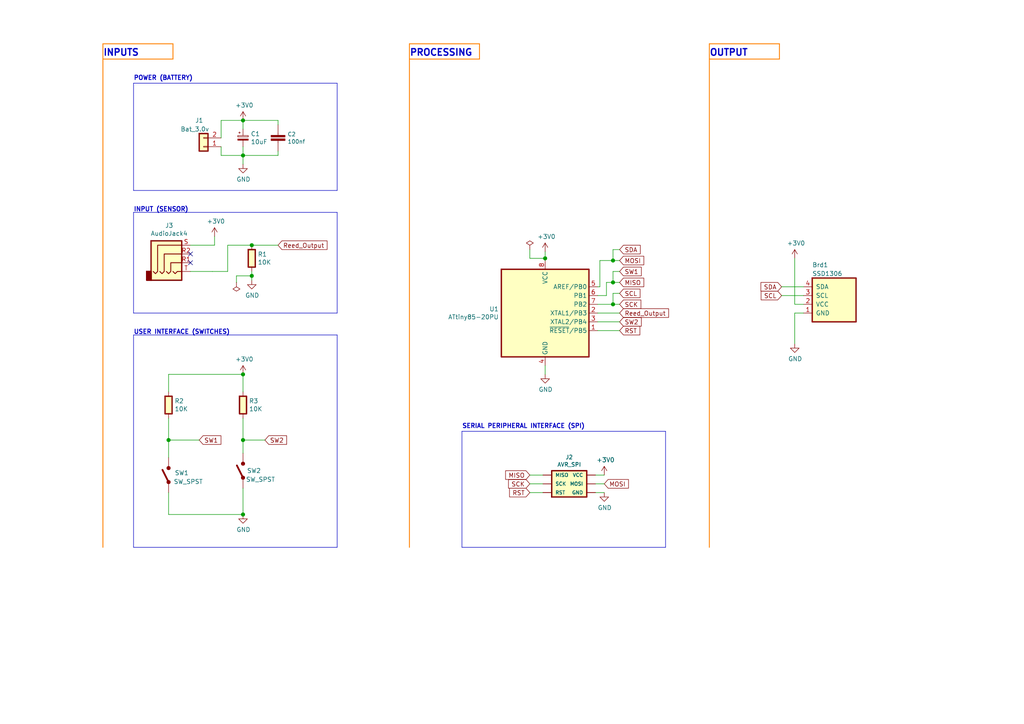
<source format=kicad_sch>
(kicad_sch (version 20200828) (generator eeschema)
  (page 1 1)
  (paper "A4")
  (title_block (title "Speedo-Odo-Meter") (date "2020-10-08") (rev "V0.2_anool") (company "HBCSE -TIFR, Mumbai") (comment 1 "Designer:  Ashish"))
  (lib_symbols
    (symbol "power:GND" (power) (pin_names (offset 0))
      (property "Value" "GND" (at 0 -3.81 0))
      (symbol "GND_0_1"
        (polyline (pts (xy 0 0) (xy 0 -1.27) (xy 1.27 -1.27) (xy 0 -2.54) (xy -1.27 -1.27) (xy 0 -1.27)))
      )
      (symbol "GND_1_1"
        (pin power_in line (at 0 0 270) (length 0) hide (name "GND") (number "1"))
      )
    )
    (symbol "power:PWR_FLAG" (power) (pin_numbers hide) (pin_names (offset 0) hide)
      (property "Value" "PWR_FLAG" (at 0 3.81 0))
      (symbol "PWR_FLAG_0_1"
        (polyline (pts (xy 0 0) (xy 0 1.27) (xy -1.016 1.905) (xy 0 2.54) (xy 1.016 1.905) (xy 0 1.27)))
      )
      (symbol "PWR_FLAG_0_0"
        (pin power_out line (at 0 0 90) (length 0) (name "pwr") (number "1"))
      )
    )
    (symbol "speedo_odo_meter-rescue:+3V0-power" (power) (pin_names (offset 0))
      (property "Value" "+3V0-power" (at 0 3.556 0))
      (symbol "+3V0-power_0_1"
        (polyline (pts (xy -0.762 1.27) (xy 0 2.54)))
        (polyline (pts (xy 0 0) (xy 0 2.54)))
        (polyline (pts (xy 0 2.54) (xy 0.762 1.27)))
      )
      (symbol "+3V0-power_1_1"
        (pin power_in line (at 0 0 90) (length 0) hide (name "+3V0") (number "1"))
      )
    )
    (symbol "speedo_odo_meter:22PF-PTH-2.54MM-200V-5%-SparkFun-Capacitors" (pin_numbers hide) (pin_names (offset 1.016) hide)
      (property "Reference" "C" (at 1.524 2.921 0))
      (property "Value" "22PF-PTH-2.54MM-200V-5%-SparkFun-Capacitors" (at 1.524 -2.159 0))
      (property "Field4" "CAP-09128" (at 0 7.62 0))
      (symbol "22PF-PTH-2.54MM-200V-5%-SparkFun-Capacitors_1_1"
        (rectangle (start -2.032 0.508) (end 2.032 1.016) (fill (type outline)))
        (rectangle (start -2.032 1.524) (end 2.032 2.032) (fill (type outline)))
        (pin passive line (at 0 5.08 270) (length 2.54) (name "1") (number "1"))
        (pin passive line (at 0 -2.54 90) (length 2.54) (name "2") (number "2"))
      )
      (symbol "22PF-PTH-2.54MM-200V-5%-SparkFun-Capacitors_1_0"
        (polyline (pts (xy 0 0) (xy 0 0.508)))
        (polyline (pts (xy 0 2.54) (xy 0 2.032)))
      )
    )
    (symbol "speedo_odo_meter:ATtiny85-20PU"
      (property "Reference" "U" (at -12.7 13.97 0))
      (property "Value" "ATtiny85-20PU" (at 2.54 -13.97 0))
      (symbol "ATtiny85-20PU_0_1"
        (rectangle (start -12.7 -12.7) (end 12.7 12.7) (stroke (width 0.4064)) (fill (type background)))
      )
      (symbol "ATtiny85-20PU_1_1"
        (pin bidirectional line (at 15.24 -5.08 180) (length 2.54) (name "~RESET~/PB5") (number "1"))
        (pin bidirectional line (at 15.24 0 180) (length 2.54) (name "XTAL1/PB3") (number "2"))
        (pin bidirectional line (at 15.24 -2.54 180) (length 2.54) (name "XTAL2/PB4") (number "3"))
        (pin power_in line (at 0 -15.24 90) (length 2.54) (name "GND") (number "4"))
        (pin bidirectional line (at 15.24 7.62 180) (length 2.54) (name "AREF/PB0") (number "5"))
        (pin bidirectional line (at 15.24 5.08 180) (length 2.54) (name "PB1") (number "6"))
        (pin bidirectional line (at 15.24 2.54 180) (length 2.54) (name "PB2") (number "7"))
        (pin power_in line (at 0 15.24 270) (length 2.54) (name "VCC") (number "8"))
      )
    )
    (symbol "speedo_odo_meter:AVR_SPI_PROG_3X2NS-SparkFun-Connectors" (pin_numbers hide) (pin_names (offset 1.016))
      (property "Reference" "J" (at -5.08 5.08 0))
      (property "Value" "AVR_SPI_PROG_3X2NS-SparkFun-Connectors" (at -5.08 -6.35 0))
      (property "Field4" "XXX-00000" (at 0 8.89 0))
      (symbol "AVR_SPI_PROG_3X2NS-SparkFun-Connectors_1_1"
        (polyline (pts (xy -5.08 -3.81) (xy 5.08 -3.81) (xy 5.08 3.81) (xy -5.08 3.81) (xy -5.08 -3.81)) (stroke (width 0.4064)) (fill (type background)))
        (pin passive line (at -7.62 2.54 0) (length 2.54) (name "MISO") (number "1"))
        (pin passive line (at 7.62 2.54 180) (length 2.54) (name "VCC") (number "2"))
        (pin passive line (at -7.62 0 0) (length 2.54) (name "SCK") (number "3"))
        (pin passive line (at 7.62 0 180) (length 2.54) (name "MOSI") (number "4"))
        (pin passive line (at -7.62 -2.54 0) (length 2.54) (name "RST") (number "5"))
        (pin passive line (at 7.62 -2.54 180) (length 2.54) (name "GND") (number "6"))
      )
    )
    (symbol "speedo_odo_meter:AudioJack4-Connector"
      (property "Reference" "J" (at 0 8.89 0))
      (property "Value" "AudioJack4-Connector" (at 0 6.35 0))
      (symbol "AudioJack4-Connector_0_1"
        (rectangle (start -6.35 -5.08) (end -7.62 -7.62) (stroke (width 0.4064)) (fill (type outline)))
        (rectangle (start 2.54 3.81) (end -6.35 -7.62) (stroke (width 0.4064)) (fill (type background)))
        (polyline (pts (xy 0 -5.08) (xy 0.635 -5.715) (xy 1.27 -5.08) (xy 2.54 -5.08)) (stroke (width 0.254)))
        (polyline (pts (xy -5.715 -5.08) (xy -5.08 -5.715) (xy -4.445 -5.08) (xy -4.445 2.54) (xy 2.54 2.54)) (stroke (width 0.254)))
        (polyline (pts (xy -1.905 -5.08) (xy -1.27 -5.715) (xy -0.635 -5.08) (xy -0.635 -2.54) (xy 2.54 -2.54)) (stroke (width 0.254)))
        (polyline (pts (xy 2.54 0) (xy -2.54 0) (xy -2.54 -5.08) (xy -3.175 -5.715) (xy -3.81 -5.08)) (stroke (width 0.254)))
      )
      (symbol "AudioJack4-Connector_1_1"
        (pin passive line (at 5.08 -2.54 180) (length 2.54) (name "~") (number "R1"))
        (pin passive line (at 5.08 0 180) (length 2.54) (name "~") (number "R2"))
        (pin passive line (at 5.08 2.54 180) (length 2.54) (name "~") (number "S"))
        (pin passive line (at 5.08 -5.08 180) (length 2.54) (name "~") (number "T"))
      )
    )
    (symbol "speedo_odo_meter:CP_Small" (pin_numbers hide) (pin_names (offset 0.254) hide)
      (property "Reference" "C" (at 0.254 1.778 0))
      (property "Value" "CP_Small" (at 0.254 -2.032 0))
      (symbol "CP_Small_0_1"
        (rectangle (start -1.524 -0.3048) (end 1.524 -0.6858) (fill (type outline)))
        (rectangle (start -1.524 0.6858) (end 1.524 0.3048))
        (polyline (pts (xy -1.27 1.524) (xy -0.762 1.524)))
        (polyline (pts (xy -1.016 1.27) (xy -1.016 1.778)))
      )
      (symbol "CP_Small_1_1"
        (pin passive line (at 0 2.54 270) (length 1.8542) (name "~") (number "1"))
        (pin passive line (at 0 -2.54 90) (length 1.8542) (name "~") (number "2"))
      )
    )
    (symbol "speedo_odo_meter:Conn_01x02" (pin_names (offset 1.016) hide)
      (property "Reference" "J" (at 0 2.54 0))
      (property "Value" "Conn_01x02" (at 0 -5.08 0))
      (symbol "Conn_01x02_1_1"
        (rectangle (start -1.27 -2.413) (end 0 -2.667) (stroke (width 0.1524)))
        (rectangle (start -1.27 0.127) (end 0 -0.127) (stroke (width 0.1524)))
        (rectangle (start -1.27 1.27) (end 1.27 -3.81) (stroke (width 0.4064)) (fill (type background)))
        (pin passive line (at -5.08 0 0) (length 3.81) (name "Pin_1") (number "1"))
        (pin passive line (at -5.08 -2.54 0) (length 3.81) (name "Pin_2") (number "2"))
      )
    )
    (symbol "speedo_odo_meter:R" (pin_numbers hide) (pin_names (offset 0))
      (property "Reference" "R" (at 2.032 0 90))
      (property "Value" "R" (at 0 0 90))
      (symbol "R_0_1"
        (rectangle (start -1.016 -2.54) (end 1.016 2.54) (stroke (width 0.4064)) (fill (type background)))
      )
      (symbol "R_1_1"
        (pin passive line (at 0 3.81 270) (length 1.27) (name "~") (number "1"))
        (pin passive line (at 0 -3.81 90) (length 1.27) (name "~") (number "2"))
      )
    )
    (symbol "speedo_odo_meter:SSD1306-SSD1306-128x64_OLED" (pin_names (offset 1.016))
      (property "Reference" "Brd" (at 0 -3.81 0))
      (property "Value" "SSD1306-SSD1306-128x64_OLED" (at 0 -1.27 0))
      (symbol "SSD1306-SSD1306-128x64_OLED_0_1"
        (rectangle (start -6.35 6.35) (end 6.35 -6.35) (stroke (width 0.4064)) (fill (type background)))
      )
      (symbol "SSD1306-SSD1306-128x64_OLED_1_1"
        (pin input line (at -3.81 8.89 270) (length 2.54) (name "GND") (number "1"))
        (pin input line (at -1.27 8.89 270) (length 2.54) (name "VCC") (number "2"))
        (pin input line (at 1.27 8.89 270) (length 2.54) (name "SCL") (number "3"))
        (pin input line (at 3.81 8.89 270) (length 2.54) (name "SDA") (number "4"))
      )
    )
    (symbol "speedo_odo_meter:SW_SPST" (pin_numbers hide) (pin_names (offset 0) hide)
      (property "Reference" "SW" (at 0 3.175 0))
      (property "Value" "SW_SPST" (at 0 -2.54 0))
      (symbol "SW_SPST_0_0"
        (circle (center -2.032 0) (radius 0.508) (fill (type outline)))
        (circle (center 2.032 0) (radius 0.508) (fill (type outline)))
        (polyline (pts (xy -1.524 0.254) (xy 1.524 1.778)) (stroke (width 0.508)))
      )
      (symbol "SW_SPST_1_1"
        (pin passive line (at -5.08 0 0) (length 2.54) (name "A") (number "1"))
        (pin passive line (at 5.08 0 180) (length 2.54) (name "B") (number "2"))
      )
    )
  )
  (junction (at 48.895 127.635) (diameter 1.016))
  (junction (at 70.485 34.925) (diameter 1.016))
  (junction (at 70.485 45.085) (diameter 1.016))
  (junction (at 70.485 108.585) (diameter 1.016))
  (junction (at 70.485 127.635) (diameter 1.016))
  (junction (at 70.485 149.225) (diameter 1.016))
  (junction (at 73.025 71.12) (diameter 1.016))
  (junction (at 73.025 80.01) (diameter 1.016))
  (junction (at 158.115 74.93) (diameter 1.016))
  (junction (at 177.8 75.565) (diameter 1.016))
  (junction (at 177.8 81.915) (diameter 1.016))
  (junction (at 177.8 88.265) (diameter 1.016))
  (no_connect (at 55.245 76.2))
  (no_connect (at 55.245 73.66))
  (wire (pts (xy 48.895 108.585) (xy 70.485 108.585)))
  (wire (pts (xy 48.895 113.665) (xy 48.895 108.585)))
  (wire (pts (xy 48.895 127.635) (xy 48.895 121.285)))
  (wire (pts (xy 48.895 132.715) (xy 48.895 127.635)))
  (wire (pts (xy 48.895 142.875) (xy 48.895 149.225)))
  (wire (pts (xy 48.895 149.225) (xy 70.485 149.225)))
  (wire (pts (xy 55.245 71.12) (xy 62.23 71.12)))
  (wire (pts (xy 55.245 78.74) (xy 61.595 78.74)))
  (wire (pts (xy 57.785 127.635) (xy 48.895 127.635)))
  (wire (pts (xy 61.595 78.74) (xy 66.04 78.74)))
  (wire (pts (xy 62.23 71.12) (xy 62.23 68.58)))
  (wire (pts (xy 64.135 34.925) (xy 70.485 34.925)))
  (wire (pts (xy 64.135 40.005) (xy 64.135 34.925)))
  (wire (pts (xy 64.135 45.085) (xy 64.135 42.545)))
  (wire (pts (xy 66.04 71.12) (xy 73.025 71.12)))
  (wire (pts (xy 66.04 78.74) (xy 66.04 71.12)))
  (wire (pts (xy 68.58 80.01) (xy 68.58 81.915)))
  (wire (pts (xy 68.58 80.01) (xy 73.025 80.01)))
  (wire (pts (xy 70.485 34.925) (xy 70.485 37.465)))
  (wire (pts (xy 70.485 34.925) (xy 80.645 34.925)))
  (wire (pts (xy 70.485 42.545) (xy 70.485 45.085)))
  (wire (pts (xy 70.485 45.085) (xy 64.135 45.085)))
  (wire (pts (xy 70.485 47.625) (xy 70.485 45.085)))
  (wire (pts (xy 70.485 108.585) (xy 70.485 113.665)))
  (wire (pts (xy 70.485 121.285) (xy 70.485 127.635)))
  (wire (pts (xy 70.485 127.635) (xy 76.835 127.635)))
  (wire (pts (xy 70.485 131.445) (xy 70.485 127.635)))
  (wire (pts (xy 70.485 141.605) (xy 70.485 149.225)))
  (wire (pts (xy 73.025 78.74) (xy 73.025 80.01)))
  (wire (pts (xy 73.025 80.01) (xy 73.025 81.28)))
  (wire (pts (xy 80.645 34.925) (xy 80.645 36.195)))
  (wire (pts (xy 80.645 43.815) (xy 80.645 45.085)))
  (wire (pts (xy 80.645 45.085) (xy 70.485 45.085)))
  (wire (pts (xy 80.645 71.12) (xy 73.025 71.12)))
  (wire (pts (xy 153.67 72.39) (xy 153.67 74.93)))
  (wire (pts (xy 153.67 74.93) (xy 158.115 74.93)))
  (wire (pts (xy 153.67 137.795) (xy 157.48 137.795)))
  (wire (pts (xy 157.48 140.335) (xy 153.67 140.335)))
  (wire (pts (xy 157.48 142.875) (xy 153.67 142.875)))
  (wire (pts (xy 158.115 73.025) (xy 158.115 74.93)))
  (wire (pts (xy 158.115 74.93) (xy 158.115 75.565)))
  (wire (pts (xy 158.115 108.585) (xy 158.115 106.045)))
  (wire (pts (xy 172.72 137.795) (xy 175.26 137.795)))
  (wire (pts (xy 172.72 140.335) (xy 175.26 140.335)))
  (wire (pts (xy 172.72 142.875) (xy 175.26 142.875)))
  (wire (pts (xy 173.355 83.185) (xy 173.99 83.185)))
  (wire (pts (xy 173.355 85.725) (xy 175.895 85.725)))
  (wire (pts (xy 173.355 88.265) (xy 177.8 88.265)))
  (wire (pts (xy 173.355 90.805) (xy 179.705 90.805)))
  (wire (pts (xy 173.355 93.345) (xy 179.705 93.345)))
  (wire (pts (xy 173.355 95.885) (xy 179.705 95.885)))
  (wire (pts (xy 173.99 75.565) (xy 177.8 75.565)))
  (wire (pts (xy 173.99 83.185) (xy 173.99 75.565)))
  (wire (pts (xy 175.895 81.915) (xy 175.895 85.725)))
  (wire (pts (xy 177.8 72.39) (xy 177.8 75.565)))
  (wire (pts (xy 177.8 75.565) (xy 179.705 75.565)))
  (wire (pts (xy 177.8 78.74) (xy 177.8 81.915)))
  (wire (pts (xy 177.8 81.915) (xy 175.895 81.915)))
  (wire (pts (xy 177.8 85.09) (xy 177.8 88.265)))
  (wire (pts (xy 177.8 88.265) (xy 179.705 88.265)))
  (wire (pts (xy 179.705 72.39) (xy 177.8 72.39)))
  (wire (pts (xy 179.705 78.74) (xy 177.8 78.74)))
  (wire (pts (xy 179.705 81.915) (xy 177.8 81.915)))
  (wire (pts (xy 179.705 85.09) (xy 177.8 85.09)))
  (wire (pts (xy 230.505 88.265) (xy 230.505 74.93)))
  (wire (pts (xy 230.505 90.805) (xy 230.505 99.695)))
  (wire (pts (xy 233.045 83.185) (xy 226.695 83.185)))
  (wire (pts (xy 233.045 85.725) (xy 226.695 85.725)))
  (wire (pts (xy 233.045 88.265) (xy 230.505 88.265)))
  (wire (pts (xy 233.045 90.805) (xy 230.505 90.805)))
  (polyline (pts (xy 29.845 12.7) (xy 29.845 158.75)) (stroke (width 0.254) (type solid) (color 255 128 0 1)))
  (polyline (pts (xy 29.845 17.145) (xy 50.165 17.145)) (stroke (width 0.254) (type solid) (color 255 128 2 1)))
  (polyline (pts (xy 38.735 24.13) (xy 97.79 24.13)) (stroke (width 0) (type solid)))
  (polyline (pts (xy 38.735 55.245) (xy 38.735 24.13)) (stroke (width 0) (type solid)))
  (polyline (pts (xy 38.735 61.595) (xy 97.79 61.595)) (stroke (width 0) (type solid)))
  (polyline (pts (xy 38.735 90.805) (xy 38.735 61.595)) (stroke (width 0) (type solid)))
  (polyline (pts (xy 38.735 97.155) (xy 97.79 97.155)) (stroke (width 0) (type solid)))
  (polyline (pts (xy 38.735 158.75) (xy 38.735 97.155)) (stroke (width 0) (type solid)))
  (polyline (pts (xy 50.165 12.7) (xy 29.845 12.7)) (stroke (width 0.254) (type solid) (color 255 128 0 1)))
  (polyline (pts (xy 50.165 17.145) (xy 50.165 12.7)) (stroke (width 0.254) (type solid) (color 255 128 0 1)))
  (polyline (pts (xy 97.79 24.13) (xy 97.79 55.245)) (stroke (width 0) (type solid)))
  (polyline (pts (xy 97.79 55.245) (xy 38.735 55.245)) (stroke (width 0) (type solid)))
  (polyline (pts (xy 97.79 61.595) (xy 97.79 90.805)) (stroke (width 0) (type solid)))
  (polyline (pts (xy 97.79 90.805) (xy 38.735 90.805)) (stroke (width 0) (type solid)))
  (polyline (pts (xy 97.79 97.155) (xy 97.79 158.75)) (stroke (width 0) (type solid)))
  (polyline (pts (xy 97.79 158.75) (xy 38.735 158.75)) (stroke (width 0) (type solid)))
  (polyline (pts (xy 118.745 12.7) (xy 118.745 158.75)) (stroke (width 0.254) (type solid) (color 255 128 0 1)))
  (polyline (pts (xy 118.745 17.145) (xy 139.065 17.145)) (stroke (width 0.254) (type solid) (color 255 128 2 1)))
  (polyline (pts (xy 133.985 125.095) (xy 133.985 158.75)) (stroke (width 0) (type solid)))
  (polyline (pts (xy 133.985 158.75) (xy 193.04 158.75)) (stroke (width 0) (type solid)))
  (polyline (pts (xy 139.065 12.7) (xy 118.745 12.7)) (stroke (width 0.254) (type solid) (color 255 128 0 1)))
  (polyline (pts (xy 139.065 17.145) (xy 139.065 12.7)) (stroke (width 0.254) (type solid) (color 255 128 0 1)))
  (polyline (pts (xy 193.04 125.095) (xy 133.985 125.095)) (stroke (width 0) (type solid)))
  (polyline (pts (xy 193.04 158.75) (xy 193.04 125.095)) (stroke (width 0) (type solid)))
  (polyline (pts (xy 205.74 12.7) (xy 205.74 158.75)) (stroke (width 0.254) (type solid) (color 255 128 0 1)))
  (polyline (pts (xy 205.74 17.145) (xy 226.06 17.145)) (stroke (width 0.254) (type solid) (color 255 128 2 1)))
  (polyline (pts (xy 226.06 12.7) (xy 205.74 12.7)) (stroke (width 0.254) (type solid) (color 255 128 0 1)))
  (polyline (pts (xy 226.06 17.145) (xy 226.06 12.7)) (stroke (width 0.254) (type solid) (color 255 128 0 1)))
  (text "INPUTS" (at 29.845 16.51 0) (effects (font (size 1.905 1.905) (thickness 0.381) bold) (justify left bottom)))
  (text "POWER (BATTERY)" (at 38.735 23.495 0) (effects (font (size 1.27 1.27) (thickness 0.254) bold) (justify left bottom)))
  (text "INPUT (SENSOR)" (at 38.735 61.595 0) (effects (font (size 1.27 1.27) (thickness 0.254) bold) (justify left bottom)))
  (text "USER INTERFACE (SWITCHES)" (at 38.735 97.155 0) (effects (font (size 1.27 1.27) (thickness 0.254) bold) (justify left bottom)))
  (text "PROCESSING" (at 118.745 16.51 0) (effects (font (size 1.905 1.905) (thickness 0.381) bold) (justify left bottom)))
  (text "SERIAL PERIPHERAL INTERFACE (SPI)" (at 133.985 124.46 0) (effects (font (size 1.27 1.27) (thickness 0.254) bold) (justify left bottom)))
  (text "OUTPUT" (at 205.74 16.51 0) (effects (font (size 1.905 1.905) (thickness 0.381) bold) (justify left bottom)))
  (global_label "SW1" (shape input) (at 57.785 127.635 0))
  (global_label "SW2" (shape input) (at 76.835 127.635 0))
  (global_label "Reed_Output" (shape input) (at 80.645 71.12 0))
  (global_label "MISO" (shape input) (at 153.67 137.795 180))
  (global_label "SCK" (shape input) (at 153.67 140.335 180))
  (global_label "RST" (shape input) (at 153.67 142.875 180))
  (global_label "MOSI" (shape input) (at 175.26 140.335 0))
  (global_label "SDA" (shape input) (at 179.705 72.39 0))
  (global_label "MOSI" (shape input) (at 179.705 75.565 0))
  (global_label "SW1" (shape input) (at 179.705 78.74 0))
  (global_label "MISO" (shape input) (at 179.705 81.915 0))
  (global_label "SCL" (shape input) (at 179.705 85.09 0))
  (global_label "SCK" (shape input) (at 179.705 88.265 0))
  (global_label "Reed_Output" (shape input) (at 179.705 90.805 0))
  (global_label "SW2" (shape input) (at 179.705 93.345 0))
  (global_label "RST" (shape input) (at 179.705 95.885 0))
  (global_label "SDA" (shape input) (at 226.695 83.185 180))
  (global_label "SCL" (shape input) (at 226.695 85.725 180))
  (symbol (lib_id "power:PWR_FLAG") (at 68.58 81.915 180) (unit 1)
    (property "Reference" "#FLG0101" (effects hide))
    (property "Value" "PWR_FLAG" (effects hide))
  )
  (symbol (lib_id "power:PWR_FLAG") (at 153.67 72.39 0) (unit 1)
    (property "Reference" "#FLG0102" (effects hide))
    (property "Value" "PWR_FLAG" (effects hide))
  )
  (symbol (lib_id "speedo_odo_meter-rescue:+3V0-power") (at 62.23 68.58 0) (unit 1)
    (property "Reference" "#PWR0104" (effects hide))
    (property "Value" "+3V0" (at 62.611 64.1858 0))
  )
  (symbol (lib_id "speedo_odo_meter-rescue:+3V0-power") (at 70.485 34.925 0) (unit 1)
    (property "Reference" "#PWR0101" (effects hide))
    (property "Value" "+3V0" (at 70.866 30.5308 0))
  )
  (symbol (lib_id "speedo_odo_meter-rescue:+3V0-power") (at 70.485 108.585 0) (unit 1)
    (property "Reference" "#PWR0111" (effects hide))
    (property "Value" "+3V0" (at 70.866 104.1908 0))
  )
  (symbol (lib_id "speedo_odo_meter-rescue:+3V0-power") (at 158.115 73.025 0) (unit 1)
    (property "Reference" "#PWR0105" (effects hide))
    (property "Value" "+3V0" (at 158.496 68.6308 0))
  )
  (symbol (lib_id "speedo_odo_meter-rescue:+3V0-power") (at 175.26 137.795 0) (unit 1)
    (property "Reference" "#PWR0109" (effects hide))
    (property "Value" "+3V0" (at 175.641 133.4008 0))
  )
  (symbol (lib_id "speedo_odo_meter-rescue:+3V0-power") (at 230.505 74.93 0) (unit 1)
    (property "Reference" "#PWR0107" (effects hide))
    (property "Value" "+3V0" (at 230.886 70.5358 0))
  )
  (symbol (lib_id "power:GND") (at 70.485 47.625 0) (unit 1)
    (property "Reference" "#PWR0102" (effects hide))
    (property "Value" "GND" (at 70.612 52.0192 0))
  )
  (symbol (lib_id "power:GND") (at 70.485 149.225 0) (unit 1)
    (property "Reference" "#PWR0112" (effects hide))
    (property "Value" "GND" (at 70.612 153.6192 0))
  )
  (symbol (lib_id "power:GND") (at 73.025 81.28 0) (unit 1)
    (property "Reference" "#PWR0103" (effects hide))
    (property "Value" "GND" (at 73.152 85.6742 0))
  )
  (symbol (lib_id "power:GND") (at 158.115 108.585 0) (unit 1)
    (property "Reference" "#PWR0106" (effects hide))
    (property "Value" "GND" (at 158.242 112.9792 0))
  )
  (symbol (lib_id "power:GND") (at 175.26 142.875 0) (unit 1)
    (property "Reference" "#PWR0110" (effects hide))
    (property "Value" "GND" (at 175.387 147.2692 0))
  )
  (symbol (lib_id "power:GND") (at 230.505 99.695 0) (unit 1)
    (property "Reference" "#PWR0108" (effects hide))
    (property "Value" "GND" (at 230.632 104.0892 0))
  )
  (symbol (lib_id "speedo_odo_meter:CP_Small") (at 70.485 40.005 0) (unit 1)
    (property "Reference" "C1" (at 72.7202 38.8366 0) (effects (justify left)))
    (property "Value" "10uF" (at 72.7202 41.148 0) (effects (justify left)))
    (property "Footprint" "speedo-odo-meter:CP_Radial_D8.0mm_P2.50mm" (effects hide))
  )
  (symbol (lib_id "speedo_odo_meter:R") (at 48.895 117.475 0) (unit 1)
    (property "Reference" "R2" (at 50.6222 116.3066 0) (effects (justify left)))
    (property "Value" "10K" (at 50.6222 118.618 0) (effects (justify left)))
    (property "Footprint" "speedo-odo-meter:R_Axial_DIN0207_L6.3mm_D2.5mm_P7.62mm_Horizontal" (effects hide))
  )
  (symbol (lib_id "speedo_odo_meter:R") (at 70.485 117.475 0) (unit 1)
    (property "Reference" "R3" (at 72.2122 116.3066 0) (effects (justify left)))
    (property "Value" "10K" (at 72.2122 118.618 0) (effects (justify left)))
    (property "Footprint" "speedo-odo-meter:R_Axial_DIN0207_L6.3mm_D2.5mm_P7.62mm_Horizontal" (effects hide))
  )
  (symbol (lib_id "speedo_odo_meter:R") (at 73.025 74.93 0) (unit 1)
    (property "Reference" "R1" (at 74.7522 73.7616 0) (effects (justify left)))
    (property "Value" "10K" (at 74.7522 76.073 0) (effects (justify left)))
    (property "Footprint" "speedo-odo-meter:R_Axial_DIN0207_L6.3mm_D2.5mm_P7.62mm_Horizontal" (effects hide))
  )
  (symbol (lib_id "speedo_odo_meter:SW_SPST") (at 48.895 137.795 90) (unit 1)
    (property "Reference" "SW1" (at 52.705 137.16 90))
    (property "Value" "SW_SPST" (at 54.61 139.7 90))
    (property "Footprint" "speedo-odo-meter:SW_PUSH_6mm" (effects hide))
  )
  (symbol (lib_id "speedo_odo_meter:SW_SPST") (at 70.485 136.525 90) (unit 1)
    (property "Reference" "SW2" (at 73.66 136.525 90))
    (property "Value" "SW_SPST" (at 75.565 139.065 90))
    (property "Footprint" "speedo-odo-meter:SW_PUSH_6mm" (effects hide))
  )
  (symbol (lib_id "speedo_odo_meter:22PF-PTH-2.54MM-200V-5%-SparkFun-Capacitors") (at 80.645 41.275 0) (unit 1)
    (property "Reference" "C2" (at 83.3882 38.9382 0) (effects (font (size 1.143 1.143)) (justify left)))
    (property "Value" "100nf" (at 83.3882 41.0718 0) (effects (font (size 1.143 1.143)) (justify left)))
    (property "Footprint" "speedo-odo-meter:C_Disc_D3.8mm_W2.6mm_P2.50mm" (effects hide))
    (property "Field4" "CAP-09128" (effects hide))
  )
  (symbol (lib_id "speedo_odo_meter:Conn_01x02") (at 59.055 42.545 180) (unit 1)
    (property "Reference" "J1" (at 57.785 34.925 0))
    (property "Value" "Bat_3.0v" (at 56.515 37.465 0))
    (property "Footprint" "speedo-odo-meter:JST_PH_S2B-PH-K_1x02_P2.00mm_Horizontal" (effects hide))
  )
  (symbol (lib_id "speedo_odo_meter:AVR_SPI_PROG_3X2NS-SparkFun-Connectors") (at 165.1 140.335 0) (unit 1)
    (property "Reference" "J2" (at 165.1 132.6134 0) (effects (font (size 1.143 1.143))))
    (property "Value" "AVR_SPI" (at 165.1 134.747 0) (effects (font (size 1.143 1.143))))
    (property "Footprint" "speedo-odo-meter:PinHeader_2x03_P2.54mm_Vertical" (effects hide))
    (property "Field4" "XXX-00000" (effects hide))
  )
  (symbol (lib_id "speedo_odo_meter:AudioJack4-Connector") (at 50.165 73.66 0) (unit 1)
    (property "Reference" "J3" (at 49.0728 65.405 0))
    (property "Value" "AudioJack4" (at 49.0728 67.7164 0))
    (property "Footprint" "speedo-odo-meter:Jack_3.5mm_PJ320E_Horizontal" (effects hide))
  )
  (symbol (lib_id "speedo_odo_meter:SSD1306-SSD1306-128x64_OLED") (at 241.935 86.995 90) (unit 1)
    (property "Reference" "Brd1" (at 235.585 76.835 90) (effects (justify right)))
    (property "Value" "SSD1306" (at 235.585 79.375 90) (effects (justify right)))
    (property "Footprint" "speedo-odo-meter:128x64OLED" (effects hide))
  )
  (symbol (lib_id "speedo_odo_meter:ATtiny85-20PU") (at 158.115 90.805 0) (unit 1)
    (property "Reference" "U1" (at 144.6784 89.6366 0) (effects (justify right)))
    (property "Value" "ATtiny85-20PU" (at 144.6784 91.948 0) (effects (justify right)))
    (property "Footprint" "speedo-odo-meter:DIP-8_W7.62mm" (effects hide))
    (property "Datasheet" "http://ww1.microchip.com/downloads/en/DeviceDoc/atmel-2586-avr-8-bit-microcontroller-attiny25-attiny45-attiny85_datasheet.pdf" (effects hide))
  )
)
</source>
